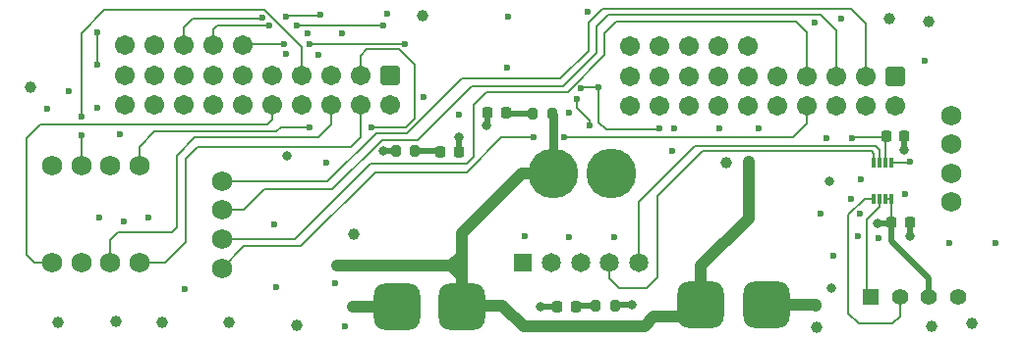
<source format=gtl>
%TF.GenerationSoftware,KiCad,Pcbnew,7.0.7*%
%TF.CreationDate,2023-11-07T21:15:51-05:00*%
%TF.ProjectId,DriveTrain,44726976-6554-4726-9169-6e2e6b696361,rev?*%
%TF.SameCoordinates,Original*%
%TF.FileFunction,Copper,L1,Top*%
%TF.FilePolarity,Positive*%
%FSLAX46Y46*%
G04 Gerber Fmt 4.6, Leading zero omitted, Abs format (unit mm)*
G04 Created by KiCad (PCBNEW 7.0.7) date 2023-11-07 21:15:51*
%MOMM*%
%LPD*%
G01*
G04 APERTURE LIST*
G04 Aperture macros list*
%AMRoundRect*
0 Rectangle with rounded corners*
0 $1 Rounding radius*
0 $2 $3 $4 $5 $6 $7 $8 $9 X,Y pos of 4 corners*
0 Add a 4 corners polygon primitive as box body*
4,1,4,$2,$3,$4,$5,$6,$7,$8,$9,$2,$3,0*
0 Add four circle primitives for the rounded corners*
1,1,$1+$1,$2,$3*
1,1,$1+$1,$4,$5*
1,1,$1+$1,$6,$7*
1,1,$1+$1,$8,$9*
0 Add four rect primitives between the rounded corners*
20,1,$1+$1,$2,$3,$4,$5,0*
20,1,$1+$1,$4,$5,$6,$7,0*
20,1,$1+$1,$6,$7,$8,$9,0*
20,1,$1+$1,$8,$9,$2,$3,0*%
G04 Aperture macros list end*
%TA.AperFunction,ComponentPad*%
%ADD10R,1.400000X1.400000*%
%TD*%
%TA.AperFunction,ComponentPad*%
%ADD11C,1.400000*%
%TD*%
%TA.AperFunction,ComponentPad*%
%ADD12RoundRect,0.326336X-0.528664X-0.528664X0.528664X-0.528664X0.528664X0.528664X-0.528664X0.528664X0*%
%TD*%
%TA.AperFunction,ComponentPad*%
%ADD13C,1.710000*%
%TD*%
%TA.AperFunction,ComponentPad*%
%ADD14C,1.752600*%
%TD*%
%TA.AperFunction,SMDPad,CuDef*%
%ADD15RoundRect,0.200000X0.200000X0.275000X-0.200000X0.275000X-0.200000X-0.275000X0.200000X-0.275000X0*%
%TD*%
%TA.AperFunction,SMDPad,CuDef*%
%ADD16RoundRect,0.200000X-0.200000X-0.275000X0.200000X-0.275000X0.200000X0.275000X-0.200000X0.275000X0*%
%TD*%
%TA.AperFunction,SMDPad,CuDef*%
%ADD17RoundRect,0.225000X-0.225000X-0.250000X0.225000X-0.250000X0.225000X0.250000X-0.225000X0.250000X0*%
%TD*%
%TA.AperFunction,ComponentPad*%
%ADD18R,1.650000X1.650000*%
%TD*%
%TA.AperFunction,ComponentPad*%
%ADD19C,1.650000*%
%TD*%
%TA.AperFunction,SMDPad,CuDef*%
%ADD20RoundRect,0.218750X0.218750X0.256250X-0.218750X0.256250X-0.218750X-0.256250X0.218750X-0.256250X0*%
%TD*%
%TA.AperFunction,SMDPad,CuDef*%
%ADD21RoundRect,1.000000X-1.000000X1.000000X-1.000000X-1.000000X1.000000X-1.000000X1.000000X1.000000X0*%
%TD*%
%TA.AperFunction,ComponentPad*%
%ADD22C,4.300000*%
%TD*%
%TA.AperFunction,SMDPad,CuDef*%
%ADD23RoundRect,0.218750X-0.218750X-0.256250X0.218750X-0.256250X0.218750X0.256250X-0.218750X0.256250X0*%
%TD*%
%TA.AperFunction,SMDPad,CuDef*%
%ADD24RoundRect,0.225000X0.225000X0.250000X-0.225000X0.250000X-0.225000X-0.250000X0.225000X-0.250000X0*%
%TD*%
%TA.AperFunction,SMDPad,CuDef*%
%ADD25RoundRect,1.000000X1.000000X-1.000000X1.000000X1.000000X-1.000000X1.000000X-1.000000X-1.000000X0*%
%TD*%
%TA.AperFunction,SMDPad,CuDef*%
%ADD26R,0.300000X0.850000*%
%TD*%
%TA.AperFunction,ViaPad*%
%ADD27C,1.000000*%
%TD*%
%TA.AperFunction,ViaPad*%
%ADD28C,0.600000*%
%TD*%
%TA.AperFunction,ViaPad*%
%ADD29C,0.800000*%
%TD*%
%TA.AperFunction,Conductor*%
%ADD30C,0.500000*%
%TD*%
%TA.AperFunction,Conductor*%
%ADD31C,0.200000*%
%TD*%
%TA.AperFunction,Conductor*%
%ADD32C,1.000000*%
%TD*%
%TA.AperFunction,Conductor*%
%ADD33C,0.800000*%
%TD*%
G04 APERTURE END LIST*
D10*
%TO.P,J8,1,1*%
%TO.N,/SCL3.3*%
X196450000Y-58350000D03*
D11*
%TO.P,J8,2,2*%
%TO.N,/SDA3.3*%
X198950000Y-58350000D03*
%TO.P,J8,3,3*%
%TO.N,+3V3*%
X201450000Y-58350000D03*
%TO.P,J8,4,4*%
%TO.N,GND*%
X203950000Y-58350000D03*
%TD*%
D12*
%TO.P,U2,1,LB+*%
%TO.N,unconnected-(U2-LB+-Pad1)*%
X198530000Y-39303000D03*
D13*
%TO.P,U2,2,LB-*%
%TO.N,unconnected-(U2-LB--Pad2)*%
X198530000Y-41843000D03*
%TO.P,U2,3,EN1+*%
%TO.N,/EN1+2*%
X195990000Y-39303000D03*
%TO.P,U2,4,EN1-*%
%TO.N,/EN2+2*%
X195990000Y-41843000D03*
%TO.P,U2,5,EN2+*%
%TO.N,/EN1-2*%
X193450000Y-39303000D03*
%TO.P,U2,6,EN2-*%
%TO.N,/EN2-2*%
X193450000Y-41843000D03*
%TO.P,U2,7,EN1A*%
%TO.N,/EN1A2*%
X190910000Y-39303000D03*
%TO.P,U2,8,EN1B*%
%TO.N,/EN1B2*%
X190910000Y-41843000D03*
%TO.P,U2,9,EN2A*%
%TO.N,/EN2A2*%
X188370000Y-39303000D03*
%TO.P,U2,10,EN2B*%
%TO.N,/EN2B2*%
X188370000Y-41843000D03*
%TO.P,U2,11,S1+*%
%TO.N,unconnected-(U2-S1+-Pad11)*%
X185830000Y-39303000D03*
%TO.P,U2,12,S1-*%
%TO.N,unconnected-(U2-S1--Pad12)*%
X185830000Y-41843000D03*
%TO.P,U2,13,S2+*%
%TO.N,unconnected-(U2-S2+-Pad13)*%
X183290000Y-39303000D03*
%TO.P,U2,14,S2-*%
%TO.N,unconnected-(U2-S2--Pad14)*%
X183290000Y-41843000D03*
%TO.P,U2,15,S3+*%
%TO.N,unconnected-(U2-S3+-Pad15)*%
X180750000Y-39303000D03*
%TO.P,U2,16,S3-*%
%TO.N,unconnected-(U2-S3--Pad16)*%
X180750000Y-41843000D03*
%TO.P,U2,17,S4+*%
%TO.N,unconnected-(U2-S4+-Pad17)*%
X178210000Y-39303000D03*
%TO.P,U2,18,S4-*%
%TO.N,unconnected-(U2-S4--Pad18)*%
X178210000Y-41843000D03*
%TO.P,U2,19,S5+*%
%TO.N,unconnected-(U2-S5+-Pad19)*%
X175670000Y-39303000D03*
%TO.P,U2,20,S5-*%
%TO.N,unconnected-(U2-S5--Pad20)*%
X175670000Y-41843000D03*
%TO.P,U2,21,S1_IO*%
%TO.N,/Rx*%
X185830000Y-36663000D03*
%TO.P,U2,22,S2_IO*%
%TO.N,/Tx*%
X183290000Y-36663000D03*
%TO.P,U2,23,S3_IO*%
%TO.N,/EStop*%
X180750000Y-36663000D03*
%TO.P,U2,24,S4_IO*%
%TO.N,unconnected-(U2-S4_IO-Pad24)*%
X178210000Y-36663000D03*
%TO.P,U2,25,S5_IO*%
%TO.N,unconnected-(U2-S5_IO-Pad25)*%
X175670000Y-36663000D03*
%TD*%
D14*
%TO.P,J7,1,1*%
%TO.N,/EN2+*%
X133416600Y-55400000D03*
%TO.P,J7,2,2*%
%TO.N,/EN2-*%
X130916600Y-55400000D03*
%TO.P,J7,3,3*%
%TO.N,/EN2A*%
X128416600Y-55400000D03*
%TO.P,J7,4,4*%
%TO.N,/EN2B*%
X125916600Y-55400000D03*
%TD*%
D15*
%TO.P,R2,1*%
%TO.N,+12V*%
X168980000Y-42525000D03*
%TO.P,R2,2*%
%TO.N,Net-(D2-A)*%
X167330000Y-42525000D03*
%TD*%
D16*
%TO.P,R3,1*%
%TO.N,+5V*%
X155520000Y-45785000D03*
%TO.P,R3,2*%
%TO.N,Net-(D3-A)*%
X157170000Y-45785000D03*
%TD*%
D17*
%TO.P,C5,1*%
%TO.N,+5V*%
X197730000Y-44525000D03*
%TO.P,C5,2*%
%TO.N,GND*%
X199280000Y-44525000D03*
%TD*%
D18*
%TO.P,J2,1,1*%
%TO.N,/EStop*%
X166399756Y-55400000D03*
D19*
%TO.P,J2,2,2*%
%TO.N,/Rx*%
X168899756Y-55400000D03*
%TO.P,J2,3,3*%
%TO.N,/Tx*%
X171399756Y-55400000D03*
%TO.P,J2,4,4*%
%TO.N,/SDA*%
X173899756Y-55400000D03*
%TO.P,J2,5,5*%
%TO.N,/SCL*%
X176399756Y-55400000D03*
%TD*%
D20*
%TO.P,D3,1,K*%
%TO.N,GND*%
X160902500Y-45815000D03*
%TO.P,D3,2,A*%
%TO.N,Net-(D3-A)*%
X159327500Y-45815000D03*
%TD*%
D21*
%TO.P,J3,1,Pin_1*%
%TO.N,+12V*%
X161200000Y-59200000D03*
%TO.P,J3,2,Pin_2*%
%TO.N,GND*%
X155580000Y-59200000D03*
%TD*%
D12*
%TO.P,U3,1,LB+*%
%TO.N,unconnected-(U3-LB+-Pad1)*%
X154975000Y-39283000D03*
D13*
%TO.P,U3,2,LB-*%
%TO.N,unconnected-(U3-LB--Pad2)*%
X154975000Y-41823000D03*
%TO.P,U3,3,EN1+*%
%TO.N,/EN1+*%
X152435000Y-39283000D03*
%TO.P,U3,4,EN1-*%
%TO.N,/EN2+*%
X152435000Y-41823000D03*
%TO.P,U3,5,EN2+*%
%TO.N,/EN1-*%
X149895000Y-39283000D03*
%TO.P,U3,6,EN2-*%
%TO.N,/EN2-*%
X149895000Y-41823000D03*
%TO.P,U3,7,EN1A*%
%TO.N,/EN1A*%
X147355000Y-39283000D03*
%TO.P,U3,8,EN1B*%
%TO.N,/EN1B*%
X147355000Y-41823000D03*
%TO.P,U3,9,EN2A*%
%TO.N,/EN2A*%
X144815000Y-39283000D03*
%TO.P,U3,10,EN2B*%
%TO.N,/EN2B*%
X144815000Y-41823000D03*
%TO.P,U3,11,S1+*%
%TO.N,unconnected-(U3-S1+-Pad11)*%
X142275000Y-39283000D03*
%TO.P,U3,12,S1-*%
%TO.N,unconnected-(U3-S1--Pad12)*%
X142275000Y-41823000D03*
%TO.P,U3,13,S2+*%
%TO.N,unconnected-(U3-S2+-Pad13)*%
X139735000Y-39283000D03*
%TO.P,U3,14,S2-*%
%TO.N,unconnected-(U3-S2--Pad14)*%
X139735000Y-41823000D03*
%TO.P,U3,15,S3+*%
%TO.N,unconnected-(U3-S3+-Pad15)*%
X137195000Y-39283000D03*
%TO.P,U3,16,S3-*%
%TO.N,unconnected-(U3-S3--Pad16)*%
X137195000Y-41823000D03*
%TO.P,U3,17,S4+*%
%TO.N,unconnected-(U3-S4+-Pad17)*%
X134655000Y-39283000D03*
%TO.P,U3,18,S4-*%
%TO.N,unconnected-(U3-S4--Pad18)*%
X134655000Y-41823000D03*
%TO.P,U3,19,S5+*%
%TO.N,unconnected-(U3-S5+-Pad19)*%
X132115000Y-39283000D03*
%TO.P,U3,20,S5-*%
%TO.N,unconnected-(U3-S5--Pad20)*%
X132115000Y-41823000D03*
%TO.P,U3,21,S1_IO*%
%TO.N,/Rx*%
X142275000Y-36643000D03*
%TO.P,U3,22,S2_IO*%
%TO.N,/Tx*%
X139735000Y-36643000D03*
%TO.P,U3,23,S3_IO*%
%TO.N,/EStop*%
X137195000Y-36643000D03*
%TO.P,U3,24,S4_IO*%
%TO.N,unconnected-(U3-S4_IO-Pad24)*%
X134655000Y-36643000D03*
%TO.P,U3,25,S5_IO*%
%TO.N,unconnected-(U3-S5_IO-Pad25)*%
X132115000Y-36643000D03*
%TD*%
D14*
%TO.P,J6,1,1*%
%TO.N,/EN1+*%
X133416600Y-47070199D03*
%TO.P,J6,2,2*%
%TO.N,/EN1-*%
X130916600Y-47070199D03*
%TO.P,J6,3,3*%
%TO.N,/EN1A*%
X128416600Y-47070199D03*
%TO.P,J6,4,4*%
%TO.N,/EN1B*%
X125916600Y-47070199D03*
%TD*%
D22*
%TO.P,J10,1,1*%
%TO.N,+12V*%
X169050000Y-47750000D03*
%TO.P,J10,2,2*%
%TO.N,GND*%
X174050000Y-47750000D03*
%TD*%
D23*
%TO.P,D2,1,K*%
%TO.N,GND*%
X163397500Y-42495000D03*
%TO.P,D2,2,A*%
%TO.N,Net-(D2-A)*%
X164972500Y-42495000D03*
%TD*%
D24*
%TO.P,C6,1*%
%TO.N,GND*%
X199770000Y-51965000D03*
%TO.P,C6,2*%
%TO.N,+3V3*%
X198220000Y-51965000D03*
%TD*%
D14*
%TO.P,J4,1,1*%
%TO.N,/EN1+2*%
X140500000Y-48383400D03*
%TO.P,J4,2,2*%
%TO.N,/EN1-2*%
X140500000Y-50883400D03*
%TO.P,J4,3,3*%
%TO.N,/EN1A2*%
X140500000Y-53383400D03*
%TO.P,J4,4,4*%
%TO.N,/EN1B2*%
X140500000Y-55883400D03*
%TD*%
D15*
%TO.P,R1,1*%
%TO.N,+3V3*%
X174380000Y-59135000D03*
%TO.P,R1,2*%
%TO.N,Net-(D1-A)*%
X172730000Y-59135000D03*
%TD*%
D23*
%TO.P,D1,1,K*%
%TO.N,GND*%
X169397500Y-59205000D03*
%TO.P,D1,2,A*%
%TO.N,Net-(D1-A)*%
X170972500Y-59205000D03*
%TD*%
D25*
%TO.P,J9,1,Pin_1*%
%TO.N,+12V*%
X181800000Y-59050000D03*
%TO.P,J9,2,Pin_2*%
%TO.N,GND*%
X187420000Y-59050000D03*
%TD*%
D26*
%TO.P,U1,1,GND*%
%TO.N,GND*%
X198200000Y-46750000D03*
%TO.P,U1,2,VREF1*%
%TO.N,+5V*%
X197700000Y-46750000D03*
%TO.P,U1,3,SCL1*%
%TO.N,/SCL*%
X197200000Y-46750000D03*
%TO.P,U1,4,SDA1*%
%TO.N,/SDA*%
X196700000Y-46750000D03*
%TO.P,U1,5,SDA2*%
%TO.N,/SDA3.3*%
X196700000Y-49900000D03*
%TO.P,U1,6,SCL2*%
%TO.N,/SCL3.3*%
X197200000Y-49900000D03*
%TO.P,U1,7,VREF2*%
%TO.N,+3V3*%
X197700000Y-49900000D03*
%TO.P,U1,8,EN*%
X198200000Y-49900000D03*
%TD*%
D14*
%TO.P,J5,1,1*%
%TO.N,/EN2+2*%
X203370199Y-42683400D03*
%TO.P,J5,2,2*%
%TO.N,/EN2-2*%
X203370199Y-45183400D03*
%TO.P,J5,3,3*%
%TO.N,/EN2A2*%
X203370199Y-47683400D03*
%TO.P,J5,4,4*%
%TO.N,/EN2B2*%
X203370199Y-50183400D03*
%TD*%
D27*
%TO.N,GND*%
X201700000Y-60900000D03*
D28*
X129965118Y-51499283D03*
X193900000Y-34300000D03*
D29*
X193000000Y-57600000D03*
X163300000Y-43600000D03*
X168000000Y-59200000D03*
X192900000Y-48400000D03*
D28*
X191600000Y-34700000D03*
X146000000Y-37400000D03*
X183400000Y-43800000D03*
X199800000Y-46700000D03*
X179500000Y-43800000D03*
D27*
X157801254Y-34091234D03*
D28*
X165200000Y-34200000D03*
X203200000Y-53700000D03*
D27*
X191769404Y-60985866D03*
D28*
X129800000Y-42000000D03*
X150900000Y-35600000D03*
X170400000Y-53200000D03*
X195500000Y-51200000D03*
X148800000Y-37500000D03*
D27*
X141100000Y-60600000D03*
D28*
X132100000Y-51900000D03*
X193200000Y-54800000D03*
X179300000Y-45800000D03*
X207200000Y-53700000D03*
X150300000Y-57200000D03*
D27*
X131400000Y-60500000D03*
D28*
X147900000Y-35600000D03*
X160913993Y-42599026D03*
X192100000Y-51200000D03*
X154800000Y-33900000D03*
D27*
X191700000Y-59100000D03*
D28*
X149500000Y-46800000D03*
D27*
X184000000Y-46800000D03*
X201400000Y-34600000D03*
D28*
X192600000Y-44700500D03*
X145000000Y-52100000D03*
X195600000Y-48200000D03*
X131700000Y-44300000D03*
D27*
X135400000Y-60600000D03*
D29*
X199300000Y-45700000D03*
D28*
X174300000Y-53200000D03*
D27*
X126400000Y-60600000D03*
X151800000Y-59200000D03*
D28*
X151100000Y-60900000D03*
X137300000Y-57700000D03*
D27*
X198000000Y-34300000D03*
D28*
X186800000Y-43800000D03*
X197100000Y-53300000D03*
D29*
X199800000Y-53100000D03*
D28*
X134200000Y-51500000D03*
X157900000Y-41100000D03*
D27*
X124000000Y-40300000D03*
D28*
X195300000Y-53100000D03*
D27*
X205100000Y-60700000D03*
D28*
X127300000Y-40600000D03*
D29*
X160900000Y-44600000D03*
D28*
X166600000Y-53100000D03*
X172000000Y-33700000D03*
X165100000Y-38600000D03*
X125500000Y-42100000D03*
X199400000Y-49500000D03*
X194700000Y-49900000D03*
X170400000Y-42500000D03*
D29*
X146100000Y-46200000D03*
D27*
X151900000Y-53000000D03*
D28*
X145200000Y-57500000D03*
X201100000Y-38000000D03*
D27*
X146988726Y-60861535D03*
%TO.N,+12V*%
X185900000Y-46700000D03*
X150400000Y-55700000D03*
D29*
%TO.N,+3V3*%
X175816679Y-59034755D03*
X197000000Y-52000000D03*
D28*
%TO.N,+5V*%
X194800000Y-44699500D03*
D29*
X154400000Y-45785000D03*
D28*
%TO.N,/EStop*%
X146000000Y-34200000D03*
X143975839Y-34223661D03*
X149000000Y-34000000D03*
%TO.N,/Rx*%
X145900000Y-36500000D03*
X171100000Y-41299500D03*
X172200000Y-43600000D03*
X156300000Y-36500000D03*
X148100000Y-36500000D03*
%TO.N,/Tx*%
X178200000Y-43800000D03*
X173000000Y-40300000D03*
X144600000Y-34900000D03*
X171473911Y-40373911D03*
X147000000Y-34900000D03*
X154400000Y-34900000D03*
%TO.N,/EN1+*%
X153400000Y-43700000D03*
X148100000Y-43700000D03*
%TO.N,/EN1-*%
X129800000Y-35500000D03*
X129800000Y-38300000D03*
%TO.N,/EN1A*%
X128400000Y-44400000D03*
X128400000Y-42800000D03*
%TO.N,/EN1B2*%
X170000000Y-44600000D03*
X167400000Y-44600000D03*
%TD*%
D30*
%TO.N,GND*%
X199770000Y-53070000D02*
X199800000Y-53100000D01*
X168005000Y-59205000D02*
X168000000Y-59200000D01*
D31*
X198200000Y-46750000D02*
X199750000Y-46750000D01*
D32*
X155580000Y-59200000D02*
X151800000Y-59200000D01*
D30*
X160902500Y-44602500D02*
X160900000Y-44600000D01*
X199770000Y-51965000D02*
X199770000Y-53070000D01*
D32*
X187420000Y-59050000D02*
X191650000Y-59050000D01*
X191650000Y-59050000D02*
X191700000Y-59100000D01*
D30*
X199280000Y-45680000D02*
X199300000Y-45700000D01*
D31*
X199750000Y-46750000D02*
X199800000Y-46700000D01*
D30*
X163397500Y-43502500D02*
X163300000Y-43600000D01*
X169397500Y-59205000D02*
X168005000Y-59205000D01*
X163397500Y-42495000D02*
X163397500Y-43502500D01*
X199280000Y-44525000D02*
X199280000Y-45680000D01*
X160902500Y-45815000D02*
X160902500Y-44602500D01*
D32*
%TO.N,+12V*%
X185900000Y-46700000D02*
X185900000Y-51600000D01*
D33*
X169050000Y-47750000D02*
X169050000Y-42595000D01*
D32*
X185900000Y-51600000D02*
X181800000Y-55700000D01*
X166500000Y-60900000D02*
X164700000Y-59100000D01*
X177700000Y-60100000D02*
X176900000Y-60900000D01*
X161200000Y-56600000D02*
X161200000Y-55700000D01*
X161200000Y-52900000D02*
X166350000Y-47750000D01*
X160300000Y-55700000D02*
X161200000Y-56600000D01*
X161300000Y-59100000D02*
X161200000Y-59200000D01*
X164700000Y-59100000D02*
X161300000Y-59100000D01*
X181800000Y-59050000D02*
X180750000Y-60100000D01*
X181800000Y-55700000D02*
X181800000Y-59050000D01*
X166350000Y-47750000D02*
X169050000Y-47750000D01*
X180750000Y-60100000D02*
X177700000Y-60100000D01*
X160300000Y-55700000D02*
X161200000Y-54800000D01*
X161200000Y-55700000D02*
X160300000Y-55700000D01*
X161200000Y-54800000D02*
X161200000Y-52900000D01*
D33*
X169050000Y-42595000D02*
X168980000Y-42525000D01*
D32*
X160300000Y-55700000D02*
X150400000Y-55700000D01*
X161200000Y-59200000D02*
X161200000Y-56600000D01*
X176900000Y-60900000D02*
X166500000Y-60900000D01*
X161200000Y-55700000D02*
X161200000Y-54800000D01*
D30*
%TO.N,+3V3*%
X174480245Y-59034755D02*
X174380000Y-59135000D01*
X198220000Y-51965000D02*
X198220000Y-53520000D01*
D31*
X198200000Y-49900000D02*
X197700000Y-49900000D01*
D30*
X175816679Y-59034755D02*
X174480245Y-59034755D01*
X198220000Y-53520000D02*
X201450000Y-56750000D01*
X201450000Y-56750000D02*
X201450000Y-58350000D01*
X197000000Y-52000000D02*
X198185000Y-52000000D01*
D31*
X198200000Y-51945000D02*
X198200000Y-49900000D01*
%TO.N,+5V*%
X194800000Y-44699500D02*
X194899500Y-44600000D01*
D30*
X155520000Y-45785000D02*
X154400000Y-45785000D01*
D31*
X197700000Y-44555000D02*
X197700000Y-46750000D01*
X194899500Y-44600000D02*
X197655000Y-44600000D01*
X197655000Y-44600000D02*
X197730000Y-44525000D01*
X197730000Y-44525000D02*
X197700000Y-44555000D01*
D30*
%TO.N,Net-(D1-A)*%
X171042500Y-59135000D02*
X170972500Y-59205000D01*
X172730000Y-59135000D02*
X171042500Y-59135000D01*
%TO.N,Net-(D2-A)*%
X165002500Y-42525000D02*
X164972500Y-42495000D01*
X167330000Y-42525000D02*
X165002500Y-42525000D01*
%TO.N,Net-(D3-A)*%
X159297500Y-45785000D02*
X159327500Y-45815000D01*
X157170000Y-45785000D02*
X159297500Y-45785000D01*
D31*
%TO.N,/EStop*%
X146100000Y-34100000D02*
X146000000Y-34200000D01*
X149000000Y-34000000D02*
X148900000Y-34100000D01*
X137195000Y-35105000D02*
X137195000Y-36643000D01*
X143899500Y-34300000D02*
X138000000Y-34300000D01*
X148900000Y-34100000D02*
X146100000Y-34100000D01*
X143975839Y-34223661D02*
X143899500Y-34300000D01*
X138000000Y-34300000D02*
X137195000Y-35105000D01*
%TO.N,/Rx*%
X142418000Y-36500000D02*
X142275000Y-36643000D01*
X172200000Y-43100000D02*
X172200000Y-43600000D01*
X171100000Y-42000000D02*
X172200000Y-43100000D01*
X156300000Y-36500000D02*
X148100000Y-36500000D01*
X145900000Y-36500000D02*
X142418000Y-36500000D01*
X171100000Y-41299500D02*
X171100000Y-42000000D01*
%TO.N,/Tx*%
X144600000Y-34900000D02*
X140100000Y-34900000D01*
X154400000Y-34900000D02*
X147000000Y-34900000D01*
X140100000Y-34900000D02*
X139735000Y-35265000D01*
X178100000Y-43900000D02*
X178200000Y-43800000D01*
X173000000Y-43300000D02*
X173600000Y-43900000D01*
X173000000Y-40300000D02*
X171400000Y-40300000D01*
X173000000Y-40300000D02*
X173000000Y-43300000D01*
X173600000Y-43900000D02*
X178100000Y-43900000D01*
X139735000Y-35265000D02*
X139735000Y-36643000D01*
X171400000Y-40300000D02*
X171473911Y-40373911D01*
%TO.N,/SDA*%
X174700000Y-57600000D02*
X173899756Y-56799756D01*
X173899756Y-56799756D02*
X173899756Y-55400000D01*
X196700000Y-46000000D02*
X196500000Y-45800000D01*
X196500000Y-45800000D02*
X181900000Y-45800000D01*
X177100000Y-57600000D02*
X174700000Y-57600000D01*
X196700000Y-46750000D02*
X196700000Y-46000000D01*
X181900000Y-45800000D02*
X178000000Y-49700000D01*
X178000000Y-49700000D02*
X178000000Y-56700000D01*
X178000000Y-56700000D02*
X177100000Y-57600000D01*
%TO.N,/SCL*%
X197200000Y-46750000D02*
X197200000Y-45700000D01*
X181300000Y-45300000D02*
X176399756Y-50200244D01*
X196800000Y-45300000D02*
X181300000Y-45300000D01*
X176399756Y-50200244D02*
X176399756Y-55400000D01*
X197200000Y-45700000D02*
X196800000Y-45300000D01*
%TO.N,/SCL3.3*%
X196100000Y-58000000D02*
X196450000Y-58350000D01*
X197200000Y-50600000D02*
X196100000Y-51700000D01*
X197200000Y-49900000D02*
X197200000Y-50600000D01*
X196100000Y-51700000D02*
X196100000Y-58000000D01*
%TO.N,/SDA3.3*%
X195900000Y-49900000D02*
X194500000Y-51300000D01*
X196700000Y-49900000D02*
X195900000Y-49900000D01*
X194500000Y-59800000D02*
X195400000Y-60700000D01*
X194500000Y-51300000D02*
X194500000Y-59800000D01*
X198950000Y-60050000D02*
X198950000Y-58350000D01*
X198300000Y-60700000D02*
X198950000Y-60050000D01*
X195400000Y-60700000D02*
X198300000Y-60700000D01*
%TO.N,/EN1+*%
X145600000Y-43700000D02*
X145200000Y-44100000D01*
X133416600Y-45383400D02*
X133416600Y-47070199D01*
X134700000Y-44100000D02*
X133416600Y-45383400D01*
X153400000Y-43700000D02*
X156400000Y-43700000D01*
X148100000Y-43700000D02*
X145600000Y-43700000D01*
X157100000Y-38300000D02*
X155800000Y-37000000D01*
X157100000Y-43000000D02*
X157100000Y-38300000D01*
X152435000Y-37565000D02*
X152435000Y-39283000D01*
X153000000Y-37000000D02*
X152435000Y-37565000D01*
X156400000Y-43700000D02*
X157100000Y-43000000D01*
X155800000Y-37000000D02*
X153000000Y-37000000D01*
X145200000Y-44100000D02*
X134700000Y-44100000D01*
%TO.N,/EN1-*%
X129800000Y-35500000D02*
X129800000Y-38300000D01*
%TO.N,/EN1A*%
X147355000Y-36755000D02*
X147355000Y-39283000D01*
X144200000Y-33600000D02*
X147355000Y-36755000D01*
X128416600Y-47070199D02*
X128416600Y-44416600D01*
X128416600Y-44416600D02*
X128400000Y-44400000D01*
X128400000Y-42800000D02*
X128400000Y-35600000D01*
X130400000Y-33600000D02*
X144200000Y-33600000D01*
X128400000Y-35600000D02*
X130400000Y-33600000D01*
%TO.N,/EN2+*%
X151600000Y-45400000D02*
X138400000Y-45400000D01*
X138400000Y-45400000D02*
X137400000Y-46400000D01*
X137400000Y-53600000D02*
X135600000Y-55400000D01*
X135600000Y-55400000D02*
X133416600Y-55400000D01*
X137400000Y-46400000D02*
X137400000Y-53600000D01*
X152435000Y-41823000D02*
X152435000Y-44565000D01*
X152435000Y-44565000D02*
X151600000Y-45400000D01*
%TO.N,/EN2-*%
X131600000Y-52800000D02*
X136200000Y-52800000D01*
X149895000Y-43505000D02*
X149895000Y-41823000D01*
X130916600Y-55400000D02*
X130916600Y-53483400D01*
X138200000Y-44600000D02*
X148800000Y-44600000D01*
X136600000Y-46200000D02*
X138200000Y-44600000D01*
X148800000Y-44600000D02*
X149895000Y-43505000D01*
X130916600Y-53483400D02*
X131600000Y-52800000D01*
X136600000Y-52400000D02*
X136600000Y-46200000D01*
X136200000Y-52800000D02*
X136600000Y-52400000D01*
%TO.N,/EN2B*%
X124400000Y-55400000D02*
X125916600Y-55400000D01*
X144815000Y-43085000D02*
X144400000Y-43500000D01*
X144400000Y-43500000D02*
X124900000Y-43500000D01*
X123700000Y-54700000D02*
X124400000Y-55400000D01*
X144815000Y-41823000D02*
X144815000Y-43085000D01*
X124900000Y-43500000D02*
X123700000Y-44700000D01*
X123700000Y-44700000D02*
X123700000Y-54700000D01*
%TO.N,/EN1+2*%
X169700000Y-39500000D02*
X172100000Y-37100000D01*
X149616600Y-48383400D02*
X153800000Y-44200000D01*
X172100000Y-37100000D02*
X172100000Y-34700000D01*
X156465686Y-44200000D02*
X161165686Y-39500000D01*
X153800000Y-44200000D02*
X156465686Y-44200000D01*
X161165686Y-39500000D02*
X169700000Y-39500000D01*
X195990000Y-34790000D02*
X195990000Y-39303000D01*
X173300000Y-33500000D02*
X194700000Y-33500000D01*
X194700000Y-33500000D02*
X195990000Y-34790000D01*
X140500000Y-48383400D02*
X149616600Y-48383400D01*
X172100000Y-34700000D02*
X173300000Y-33500000D01*
%TO.N,/EN1A2*%
X140500000Y-53383400D02*
X146816600Y-53383400D01*
X170300000Y-40700000D02*
X173500000Y-37500000D01*
X163300000Y-40700000D02*
X170300000Y-40700000D01*
X162200000Y-46300000D02*
X162200000Y-41800000D01*
X173500000Y-37500000D02*
X173500000Y-35600000D01*
X173500000Y-35600000D02*
X174500000Y-34600000D01*
X153300000Y-46900000D02*
X161600000Y-46900000D01*
X162200000Y-41800000D02*
X163300000Y-40700000D01*
X190000000Y-34600000D02*
X190910000Y-35510000D01*
X146816600Y-53383400D02*
X153300000Y-46900000D01*
X174500000Y-34600000D02*
X190000000Y-34600000D01*
X161600000Y-46900000D02*
X162200000Y-46300000D01*
X190910000Y-35510000D02*
X190910000Y-39303000D01*
%TO.N,/EN1B2*%
X161600000Y-47600000D02*
X153700000Y-47600000D01*
X142383400Y-54000000D02*
X140500000Y-55883400D01*
X164600000Y-44600000D02*
X161600000Y-47600000D01*
X189700000Y-44600000D02*
X170000000Y-44600000D01*
X190910000Y-41843000D02*
X190910000Y-43390000D01*
X190910000Y-43390000D02*
X189700000Y-44600000D01*
X167400000Y-44600000D02*
X164600000Y-44600000D01*
X147300000Y-54000000D02*
X142383400Y-54000000D01*
X153700000Y-47600000D02*
X147300000Y-54000000D01*
%TO.N,/EN1-2*%
X162000000Y-40200000D02*
X169900000Y-40200000D01*
X142416600Y-50883400D02*
X144200000Y-49100000D01*
X154300000Y-44800000D02*
X157400000Y-44800000D01*
X157400000Y-44800000D02*
X162000000Y-40200000D01*
X172800000Y-35000000D02*
X173800000Y-34000000D01*
X150000000Y-49100000D02*
X154300000Y-44800000D01*
X169900000Y-40200000D02*
X172800000Y-37300000D01*
X193450000Y-35350000D02*
X193450000Y-39303000D01*
X144200000Y-49100000D02*
X150000000Y-49100000D01*
X192100000Y-34000000D02*
X193450000Y-35350000D01*
X173800000Y-34000000D02*
X192100000Y-34000000D01*
X140500000Y-50883400D02*
X142416600Y-50883400D01*
X172800000Y-37300000D02*
X172800000Y-35000000D01*
%TD*%
M02*

</source>
